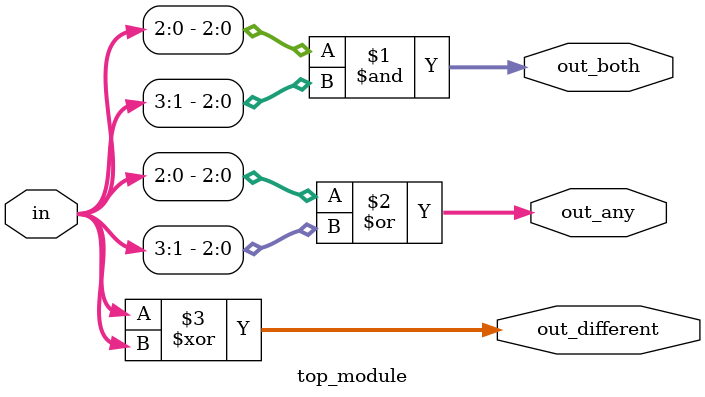
<source format=sv>
module top_module (
  input [3:0] in,
  output [2:0] out_both,
  output [3:1] out_any,
  output [3:0] out_different
);

  assign out_both = in[2:0] & in[3:1];
  assign out_any = in[2:0] | in[3:1];
  assign out_different = in ^ {in[3:1], in[0]};
  
endmodule

</source>
